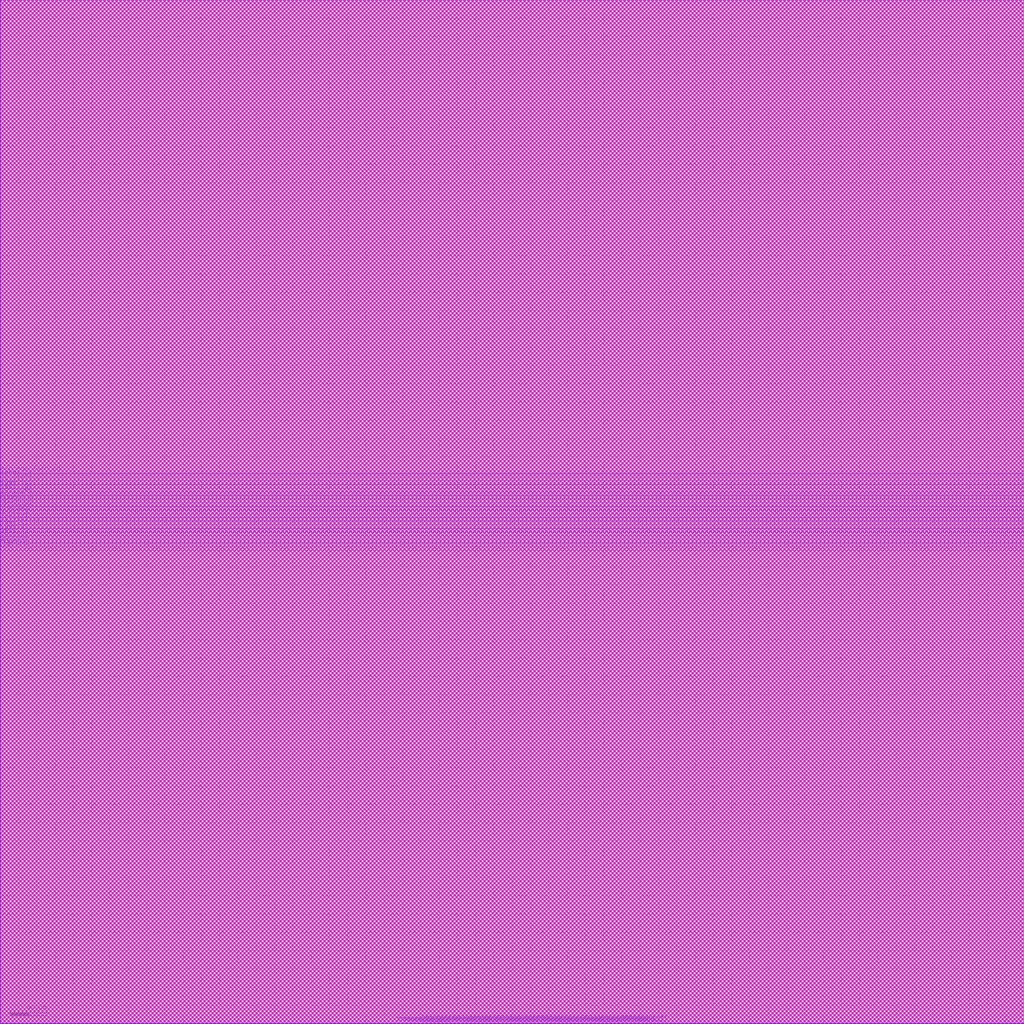
<source format=lef>
##
## LEF for PtnCells ;
## created by Innovus v15.23-s045_1 on Sat Mar 22 10:06:21 2025
##

VERSION 5.8 ;

BUSBITCHARS "[]" ;
DIVIDERCHAR "/" ;

MACRO core
  CLASS BLOCK ;
  SIZE 1120.0000 BY 1120.0000 ;
  FOREIGN core 0.0000 0.0000 ;
  ORIGIN 0 0 ;
  SYMMETRY X Y R90 ;
  PIN clk
    DIRECTION INPUT ;
    USE SIGNAL ;
    PORT
      LAYER M3 ;
        RECT 0.0000 517.7500 0.5200 517.8500 ;
    END
  END clk
  PIN sum_out[23]
    DIRECTION OUTPUT ;
    USE SIGNAL ;
    PORT
      LAYER M2 ;
        RECT 237.8500 1119.4800 237.9500 1120.0000 ;
    END
  END sum_out[23]
  PIN sum_out[22]
    DIRECTION OUTPUT ;
    USE SIGNAL ;
    PORT
      LAYER M2 ;
        RECT 233.8500 1119.4800 233.9500 1120.0000 ;
    END
  END sum_out[22]
  PIN sum_out[21]
    DIRECTION OUTPUT ;
    USE SIGNAL ;
    PORT
      LAYER M2 ;
        RECT 229.8500 1119.4800 229.9500 1120.0000 ;
    END
  END sum_out[21]
  PIN sum_out[20]
    DIRECTION OUTPUT ;
    USE SIGNAL ;
    PORT
      LAYER M2 ;
        RECT 225.8500 1119.4800 225.9500 1120.0000 ;
    END
  END sum_out[20]
  PIN sum_out[19]
    DIRECTION OUTPUT ;
    USE SIGNAL ;
    PORT
      LAYER M2 ;
        RECT 221.8500 1119.4800 221.9500 1120.0000 ;
    END
  END sum_out[19]
  PIN sum_out[18]
    DIRECTION OUTPUT ;
    USE SIGNAL ;
    PORT
      LAYER M2 ;
        RECT 217.8500 1119.4800 217.9500 1120.0000 ;
    END
  END sum_out[18]
  PIN sum_out[17]
    DIRECTION OUTPUT ;
    USE SIGNAL ;
    PORT
      LAYER M2 ;
        RECT 213.8500 1119.4800 213.9500 1120.0000 ;
    END
  END sum_out[17]
  PIN sum_out[16]
    DIRECTION OUTPUT ;
    USE SIGNAL ;
    PORT
      LAYER M2 ;
        RECT 209.8500 1119.4800 209.9500 1120.0000 ;
    END
  END sum_out[16]
  PIN sum_out[15]
    DIRECTION OUTPUT ;
    USE SIGNAL ;
    PORT
      LAYER M2 ;
        RECT 205.8500 1119.4800 205.9500 1120.0000 ;
    END
  END sum_out[15]
  PIN sum_out[14]
    DIRECTION OUTPUT ;
    USE SIGNAL ;
    PORT
      LAYER M2 ;
        RECT 201.8500 1119.4800 201.9500 1120.0000 ;
    END
  END sum_out[14]
  PIN sum_out[13]
    DIRECTION OUTPUT ;
    USE SIGNAL ;
    PORT
      LAYER M2 ;
        RECT 197.8500 1119.4800 197.9500 1120.0000 ;
    END
  END sum_out[13]
  PIN sum_out[12]
    DIRECTION OUTPUT ;
    USE SIGNAL ;
    PORT
      LAYER M2 ;
        RECT 193.8500 1119.4800 193.9500 1120.0000 ;
    END
  END sum_out[12]
  PIN sum_out[11]
    DIRECTION OUTPUT ;
    USE SIGNAL ;
    PORT
      LAYER M2 ;
        RECT 189.8500 1119.4800 189.9500 1120.0000 ;
    END
  END sum_out[11]
  PIN sum_out[10]
    DIRECTION OUTPUT ;
    USE SIGNAL ;
    PORT
      LAYER M2 ;
        RECT 185.8500 1119.4800 185.9500 1120.0000 ;
    END
  END sum_out[10]
  PIN sum_out[9]
    DIRECTION OUTPUT ;
    USE SIGNAL ;
    PORT
      LAYER M2 ;
        RECT 181.8500 1119.4800 181.9500 1120.0000 ;
    END
  END sum_out[9]
  PIN sum_out[8]
    DIRECTION OUTPUT ;
    USE SIGNAL ;
    PORT
      LAYER M2 ;
        RECT 177.8500 1119.4800 177.9500 1120.0000 ;
    END
  END sum_out[8]
  PIN sum_out[7]
    DIRECTION OUTPUT ;
    USE SIGNAL ;
    PORT
      LAYER M2 ;
        RECT 173.8500 1119.4800 173.9500 1120.0000 ;
    END
  END sum_out[7]
  PIN sum_out[6]
    DIRECTION OUTPUT ;
    USE SIGNAL ;
    PORT
      LAYER M2 ;
        RECT 169.8500 1119.4800 169.9500 1120.0000 ;
    END
  END sum_out[6]
  PIN sum_out[5]
    DIRECTION OUTPUT ;
    USE SIGNAL ;
    PORT
      LAYER M2 ;
        RECT 165.8500 1119.4800 165.9500 1120.0000 ;
    END
  END sum_out[5]
  PIN sum_out[4]
    DIRECTION OUTPUT ;
    USE SIGNAL ;
    PORT
      LAYER M2 ;
        RECT 161.8500 1119.4800 161.9500 1120.0000 ;
    END
  END sum_out[4]
  PIN sum_out[3]
    DIRECTION OUTPUT ;
    USE SIGNAL ;
    PORT
      LAYER M2 ;
        RECT 157.8500 1119.4800 157.9500 1120.0000 ;
    END
  END sum_out[3]
  PIN sum_out[2]
    DIRECTION OUTPUT ;
    USE SIGNAL ;
    PORT
      LAYER M2 ;
        RECT 153.8500 1119.4800 153.9500 1120.0000 ;
    END
  END sum_out[2]
  PIN sum_out[1]
    DIRECTION OUTPUT ;
    USE SIGNAL ;
    PORT
      LAYER M2 ;
        RECT 149.8500 1119.4800 149.9500 1120.0000 ;
    END
  END sum_out[1]
  PIN sum_out[0]
    DIRECTION OUTPUT ;
    USE SIGNAL ;
    PORT
      LAYER M2 ;
        RECT 145.8500 1119.4800 145.9500 1120.0000 ;
    END
  END sum_out[0]
  PIN mem_in[63]
    DIRECTION INPUT ;
    USE SIGNAL ;
    PORT
      LAYER M2 ;
        RECT 685.8500 0.0000 685.9500 0.5200 ;
    END
  END mem_in[63]
  PIN mem_in[62]
    DIRECTION INPUT ;
    USE SIGNAL ;
    PORT
      LAYER M2 ;
        RECT 681.8500 0.0000 681.9500 0.5200 ;
    END
  END mem_in[62]
  PIN mem_in[61]
    DIRECTION INPUT ;
    USE SIGNAL ;
    PORT
      LAYER M2 ;
        RECT 677.8500 0.0000 677.9500 0.5200 ;
    END
  END mem_in[61]
  PIN mem_in[60]
    DIRECTION INPUT ;
    USE SIGNAL ;
    PORT
      LAYER M2 ;
        RECT 673.8500 0.0000 673.9500 0.5200 ;
    END
  END mem_in[60]
  PIN mem_in[59]
    DIRECTION INPUT ;
    USE SIGNAL ;
    PORT
      LAYER M2 ;
        RECT 669.8500 0.0000 669.9500 0.5200 ;
    END
  END mem_in[59]
  PIN mem_in[58]
    DIRECTION INPUT ;
    USE SIGNAL ;
    PORT
      LAYER M2 ;
        RECT 665.8500 0.0000 665.9500 0.5200 ;
    END
  END mem_in[58]
  PIN mem_in[57]
    DIRECTION INPUT ;
    USE SIGNAL ;
    PORT
      LAYER M2 ;
        RECT 661.8500 0.0000 661.9500 0.5200 ;
    END
  END mem_in[57]
  PIN mem_in[56]
    DIRECTION INPUT ;
    USE SIGNAL ;
    PORT
      LAYER M2 ;
        RECT 657.8500 0.0000 657.9500 0.5200 ;
    END
  END mem_in[56]
  PIN mem_in[55]
    DIRECTION INPUT ;
    USE SIGNAL ;
    PORT
      LAYER M2 ;
        RECT 653.8500 0.0000 653.9500 0.5200 ;
    END
  END mem_in[55]
  PIN mem_in[54]
    DIRECTION INPUT ;
    USE SIGNAL ;
    PORT
      LAYER M2 ;
        RECT 649.8500 0.0000 649.9500 0.5200 ;
    END
  END mem_in[54]
  PIN mem_in[53]
    DIRECTION INPUT ;
    USE SIGNAL ;
    PORT
      LAYER M2 ;
        RECT 645.8500 0.0000 645.9500 0.5200 ;
    END
  END mem_in[53]
  PIN mem_in[52]
    DIRECTION INPUT ;
    USE SIGNAL ;
    PORT
      LAYER M2 ;
        RECT 641.8500 0.0000 641.9500 0.5200 ;
    END
  END mem_in[52]
  PIN mem_in[51]
    DIRECTION INPUT ;
    USE SIGNAL ;
    PORT
      LAYER M2 ;
        RECT 637.8500 0.0000 637.9500 0.5200 ;
    END
  END mem_in[51]
  PIN mem_in[50]
    DIRECTION INPUT ;
    USE SIGNAL ;
    PORT
      LAYER M2 ;
        RECT 633.8500 0.0000 633.9500 0.5200 ;
    END
  END mem_in[50]
  PIN mem_in[49]
    DIRECTION INPUT ;
    USE SIGNAL ;
    PORT
      LAYER M2 ;
        RECT 629.8500 0.0000 629.9500 0.5200 ;
    END
  END mem_in[49]
  PIN mem_in[48]
    DIRECTION INPUT ;
    USE SIGNAL ;
    PORT
      LAYER M2 ;
        RECT 625.8500 0.0000 625.9500 0.5200 ;
    END
  END mem_in[48]
  PIN mem_in[47]
    DIRECTION INPUT ;
    USE SIGNAL ;
    PORT
      LAYER M2 ;
        RECT 621.8500 0.0000 621.9500 0.5200 ;
    END
  END mem_in[47]
  PIN mem_in[46]
    DIRECTION INPUT ;
    USE SIGNAL ;
    PORT
      LAYER M2 ;
        RECT 617.8500 0.0000 617.9500 0.5200 ;
    END
  END mem_in[46]
  PIN mem_in[45]
    DIRECTION INPUT ;
    USE SIGNAL ;
    PORT
      LAYER M2 ;
        RECT 613.8500 0.0000 613.9500 0.5200 ;
    END
  END mem_in[45]
  PIN mem_in[44]
    DIRECTION INPUT ;
    USE SIGNAL ;
    PORT
      LAYER M2 ;
        RECT 609.8500 0.0000 609.9500 0.5200 ;
    END
  END mem_in[44]
  PIN mem_in[43]
    DIRECTION INPUT ;
    USE SIGNAL ;
    PORT
      LAYER M2 ;
        RECT 605.8500 0.0000 605.9500 0.5200 ;
    END
  END mem_in[43]
  PIN mem_in[42]
    DIRECTION INPUT ;
    USE SIGNAL ;
    PORT
      LAYER M2 ;
        RECT 601.8500 0.0000 601.9500 0.5200 ;
    END
  END mem_in[42]
  PIN mem_in[41]
    DIRECTION INPUT ;
    USE SIGNAL ;
    PORT
      LAYER M2 ;
        RECT 597.8500 0.0000 597.9500 0.5200 ;
    END
  END mem_in[41]
  PIN mem_in[40]
    DIRECTION INPUT ;
    USE SIGNAL ;
    PORT
      LAYER M2 ;
        RECT 593.8500 0.0000 593.9500 0.5200 ;
    END
  END mem_in[40]
  PIN mem_in[39]
    DIRECTION INPUT ;
    USE SIGNAL ;
    PORT
      LAYER M2 ;
        RECT 589.8500 0.0000 589.9500 0.5200 ;
    END
  END mem_in[39]
  PIN mem_in[38]
    DIRECTION INPUT ;
    USE SIGNAL ;
    PORT
      LAYER M2 ;
        RECT 585.8500 0.0000 585.9500 0.5200 ;
    END
  END mem_in[38]
  PIN mem_in[37]
    DIRECTION INPUT ;
    USE SIGNAL ;
    PORT
      LAYER M2 ;
        RECT 581.8500 0.0000 581.9500 0.5200 ;
    END
  END mem_in[37]
  PIN mem_in[36]
    DIRECTION INPUT ;
    USE SIGNAL ;
    PORT
      LAYER M2 ;
        RECT 577.8500 0.0000 577.9500 0.5200 ;
    END
  END mem_in[36]
  PIN mem_in[35]
    DIRECTION INPUT ;
    USE SIGNAL ;
    PORT
      LAYER M2 ;
        RECT 573.8500 0.0000 573.9500 0.5200 ;
    END
  END mem_in[35]
  PIN mem_in[34]
    DIRECTION INPUT ;
    USE SIGNAL ;
    PORT
      LAYER M2 ;
        RECT 569.8500 0.0000 569.9500 0.5200 ;
    END
  END mem_in[34]
  PIN mem_in[33]
    DIRECTION INPUT ;
    USE SIGNAL ;
    PORT
      LAYER M2 ;
        RECT 565.8500 0.0000 565.9500 0.5200 ;
    END
  END mem_in[33]
  PIN mem_in[32]
    DIRECTION INPUT ;
    USE SIGNAL ;
    PORT
      LAYER M2 ;
        RECT 561.8500 0.0000 561.9500 0.5200 ;
    END
  END mem_in[32]
  PIN mem_in[31]
    DIRECTION INPUT ;
    USE SIGNAL ;
    PORT
      LAYER M2 ;
        RECT 557.8500 0.0000 557.9500 0.5200 ;
    END
  END mem_in[31]
  PIN mem_in[30]
    DIRECTION INPUT ;
    USE SIGNAL ;
    PORT
      LAYER M2 ;
        RECT 553.8500 0.0000 553.9500 0.5200 ;
    END
  END mem_in[30]
  PIN mem_in[29]
    DIRECTION INPUT ;
    USE SIGNAL ;
    PORT
      LAYER M2 ;
        RECT 549.8500 0.0000 549.9500 0.5200 ;
    END
  END mem_in[29]
  PIN mem_in[28]
    DIRECTION INPUT ;
    USE SIGNAL ;
    PORT
      LAYER M2 ;
        RECT 545.8500 0.0000 545.9500 0.5200 ;
    END
  END mem_in[28]
  PIN mem_in[27]
    DIRECTION INPUT ;
    USE SIGNAL ;
    PORT
      LAYER M2 ;
        RECT 541.8500 0.0000 541.9500 0.5200 ;
    END
  END mem_in[27]
  PIN mem_in[26]
    DIRECTION INPUT ;
    USE SIGNAL ;
    PORT
      LAYER M2 ;
        RECT 537.8500 0.0000 537.9500 0.5200 ;
    END
  END mem_in[26]
  PIN mem_in[25]
    DIRECTION INPUT ;
    USE SIGNAL ;
    PORT
      LAYER M2 ;
        RECT 533.8500 0.0000 533.9500 0.5200 ;
    END
  END mem_in[25]
  PIN mem_in[24]
    DIRECTION INPUT ;
    USE SIGNAL ;
    PORT
      LAYER M2 ;
        RECT 529.8500 0.0000 529.9500 0.5200 ;
    END
  END mem_in[24]
  PIN mem_in[23]
    DIRECTION INPUT ;
    USE SIGNAL ;
    PORT
      LAYER M2 ;
        RECT 525.8500 0.0000 525.9500 0.5200 ;
    END
  END mem_in[23]
  PIN mem_in[22]
    DIRECTION INPUT ;
    USE SIGNAL ;
    PORT
      LAYER M2 ;
        RECT 521.8500 0.0000 521.9500 0.5200 ;
    END
  END mem_in[22]
  PIN mem_in[21]
    DIRECTION INPUT ;
    USE SIGNAL ;
    PORT
      LAYER M2 ;
        RECT 517.8500 0.0000 517.9500 0.5200 ;
    END
  END mem_in[21]
  PIN mem_in[20]
    DIRECTION INPUT ;
    USE SIGNAL ;
    PORT
      LAYER M2 ;
        RECT 513.8500 0.0000 513.9500 0.5200 ;
    END
  END mem_in[20]
  PIN mem_in[19]
    DIRECTION INPUT ;
    USE SIGNAL ;
    PORT
      LAYER M2 ;
        RECT 509.8500 0.0000 509.9500 0.5200 ;
    END
  END mem_in[19]
  PIN mem_in[18]
    DIRECTION INPUT ;
    USE SIGNAL ;
    PORT
      LAYER M2 ;
        RECT 505.8500 0.0000 505.9500 0.5200 ;
    END
  END mem_in[18]
  PIN mem_in[17]
    DIRECTION INPUT ;
    USE SIGNAL ;
    PORT
      LAYER M2 ;
        RECT 501.8500 0.0000 501.9500 0.5200 ;
    END
  END mem_in[17]
  PIN mem_in[16]
    DIRECTION INPUT ;
    USE SIGNAL ;
    PORT
      LAYER M2 ;
        RECT 497.8500 0.0000 497.9500 0.5200 ;
    END
  END mem_in[16]
  PIN mem_in[15]
    DIRECTION INPUT ;
    USE SIGNAL ;
    PORT
      LAYER M2 ;
        RECT 493.8500 0.0000 493.9500 0.5200 ;
    END
  END mem_in[15]
  PIN mem_in[14]
    DIRECTION INPUT ;
    USE SIGNAL ;
    PORT
      LAYER M2 ;
        RECT 489.8500 0.0000 489.9500 0.5200 ;
    END
  END mem_in[14]
  PIN mem_in[13]
    DIRECTION INPUT ;
    USE SIGNAL ;
    PORT
      LAYER M2 ;
        RECT 485.8500 0.0000 485.9500 0.5200 ;
    END
  END mem_in[13]
  PIN mem_in[12]
    DIRECTION INPUT ;
    USE SIGNAL ;
    PORT
      LAYER M2 ;
        RECT 481.8500 0.0000 481.9500 0.5200 ;
    END
  END mem_in[12]
  PIN mem_in[11]
    DIRECTION INPUT ;
    USE SIGNAL ;
    PORT
      LAYER M2 ;
        RECT 477.8500 0.0000 477.9500 0.5200 ;
    END
  END mem_in[11]
  PIN mem_in[10]
    DIRECTION INPUT ;
    USE SIGNAL ;
    PORT
      LAYER M2 ;
        RECT 473.8500 0.0000 473.9500 0.5200 ;
    END
  END mem_in[10]
  PIN mem_in[9]
    DIRECTION INPUT ;
    USE SIGNAL ;
    PORT
      LAYER M2 ;
        RECT 469.8500 0.0000 469.9500 0.5200 ;
    END
  END mem_in[9]
  PIN mem_in[8]
    DIRECTION INPUT ;
    USE SIGNAL ;
    PORT
      LAYER M2 ;
        RECT 465.8500 0.0000 465.9500 0.5200 ;
    END
  END mem_in[8]
  PIN mem_in[7]
    DIRECTION INPUT ;
    USE SIGNAL ;
    PORT
      LAYER M2 ;
        RECT 461.8500 0.0000 461.9500 0.5200 ;
    END
  END mem_in[7]
  PIN mem_in[6]
    DIRECTION INPUT ;
    USE SIGNAL ;
    PORT
      LAYER M2 ;
        RECT 457.8500 0.0000 457.9500 0.5200 ;
    END
  END mem_in[6]
  PIN mem_in[5]
    DIRECTION INPUT ;
    USE SIGNAL ;
    PORT
      LAYER M2 ;
        RECT 453.8500 0.0000 453.9500 0.5200 ;
    END
  END mem_in[5]
  PIN mem_in[4]
    DIRECTION INPUT ;
    USE SIGNAL ;
    PORT
      LAYER M2 ;
        RECT 449.8500 0.0000 449.9500 0.5200 ;
    END
  END mem_in[4]
  PIN mem_in[3]
    DIRECTION INPUT ;
    USE SIGNAL ;
    PORT
      LAYER M2 ;
        RECT 445.8500 0.0000 445.9500 0.5200 ;
    END
  END mem_in[3]
  PIN mem_in[2]
    DIRECTION INPUT ;
    USE SIGNAL ;
    PORT
      LAYER M2 ;
        RECT 441.8500 0.0000 441.9500 0.5200 ;
    END
  END mem_in[2]
  PIN mem_in[1]
    DIRECTION INPUT ;
    USE SIGNAL ;
    PORT
      LAYER M2 ;
        RECT 437.8500 0.0000 437.9500 0.5200 ;
    END
  END mem_in[1]
  PIN mem_in[0]
    DIRECTION INPUT ;
    USE SIGNAL ;
    PORT
      LAYER M2 ;
        RECT 433.8500 0.0000 433.9500 0.5200 ;
    END
  END mem_in[0]
  PIN out[159]
    DIRECTION OUTPUT ;
    USE SIGNAL ;
    PORT
      LAYER M2 ;
        RECT 973.8500 1119.4800 973.9500 1120.0000 ;
    END
  END out[159]
  PIN out[158]
    DIRECTION OUTPUT ;
    USE SIGNAL ;
    PORT
      LAYER M2 ;
        RECT 969.8500 1119.4800 969.9500 1120.0000 ;
    END
  END out[158]
  PIN out[157]
    DIRECTION OUTPUT ;
    USE SIGNAL ;
    PORT
      LAYER M2 ;
        RECT 965.8500 1119.4800 965.9500 1120.0000 ;
    END
  END out[157]
  PIN out[156]
    DIRECTION OUTPUT ;
    USE SIGNAL ;
    PORT
      LAYER M2 ;
        RECT 961.8500 1119.4800 961.9500 1120.0000 ;
    END
  END out[156]
  PIN out[155]
    DIRECTION OUTPUT ;
    USE SIGNAL ;
    PORT
      LAYER M2 ;
        RECT 957.8500 1119.4800 957.9500 1120.0000 ;
    END
  END out[155]
  PIN out[154]
    DIRECTION OUTPUT ;
    USE SIGNAL ;
    PORT
      LAYER M2 ;
        RECT 953.8500 1119.4800 953.9500 1120.0000 ;
    END
  END out[154]
  PIN out[153]
    DIRECTION OUTPUT ;
    USE SIGNAL ;
    PORT
      LAYER M2 ;
        RECT 949.8500 1119.4800 949.9500 1120.0000 ;
    END
  END out[153]
  PIN out[152]
    DIRECTION OUTPUT ;
    USE SIGNAL ;
    PORT
      LAYER M2 ;
        RECT 945.8500 1119.4800 945.9500 1120.0000 ;
    END
  END out[152]
  PIN out[151]
    DIRECTION OUTPUT ;
    USE SIGNAL ;
    PORT
      LAYER M2 ;
        RECT 941.8500 1119.4800 941.9500 1120.0000 ;
    END
  END out[151]
  PIN out[150]
    DIRECTION OUTPUT ;
    USE SIGNAL ;
    PORT
      LAYER M2 ;
        RECT 937.8500 1119.4800 937.9500 1120.0000 ;
    END
  END out[150]
  PIN out[149]
    DIRECTION OUTPUT ;
    USE SIGNAL ;
    PORT
      LAYER M2 ;
        RECT 933.8500 1119.4800 933.9500 1120.0000 ;
    END
  END out[149]
  PIN out[148]
    DIRECTION OUTPUT ;
    USE SIGNAL ;
    PORT
      LAYER M2 ;
        RECT 929.8500 1119.4800 929.9500 1120.0000 ;
    END
  END out[148]
  PIN out[147]
    DIRECTION OUTPUT ;
    USE SIGNAL ;
    PORT
      LAYER M2 ;
        RECT 925.8500 1119.4800 925.9500 1120.0000 ;
    END
  END out[147]
  PIN out[146]
    DIRECTION OUTPUT ;
    USE SIGNAL ;
    PORT
      LAYER M2 ;
        RECT 921.8500 1119.4800 921.9500 1120.0000 ;
    END
  END out[146]
  PIN out[145]
    DIRECTION OUTPUT ;
    USE SIGNAL ;
    PORT
      LAYER M2 ;
        RECT 917.8500 1119.4800 917.9500 1120.0000 ;
    END
  END out[145]
  PIN out[144]
    DIRECTION OUTPUT ;
    USE SIGNAL ;
    PORT
      LAYER M2 ;
        RECT 913.8500 1119.4800 913.9500 1120.0000 ;
    END
  END out[144]
  PIN out[143]
    DIRECTION OUTPUT ;
    USE SIGNAL ;
    PORT
      LAYER M2 ;
        RECT 909.8500 1119.4800 909.9500 1120.0000 ;
    END
  END out[143]
  PIN out[142]
    DIRECTION OUTPUT ;
    USE SIGNAL ;
    PORT
      LAYER M2 ;
        RECT 905.8500 1119.4800 905.9500 1120.0000 ;
    END
  END out[142]
  PIN out[141]
    DIRECTION OUTPUT ;
    USE SIGNAL ;
    PORT
      LAYER M2 ;
        RECT 901.8500 1119.4800 901.9500 1120.0000 ;
    END
  END out[141]
  PIN out[140]
    DIRECTION OUTPUT ;
    USE SIGNAL ;
    PORT
      LAYER M2 ;
        RECT 897.8500 1119.4800 897.9500 1120.0000 ;
    END
  END out[140]
  PIN out[139]
    DIRECTION OUTPUT ;
    USE SIGNAL ;
    PORT
      LAYER M2 ;
        RECT 893.8500 1119.4800 893.9500 1120.0000 ;
    END
  END out[139]
  PIN out[138]
    DIRECTION OUTPUT ;
    USE SIGNAL ;
    PORT
      LAYER M2 ;
        RECT 889.8500 1119.4800 889.9500 1120.0000 ;
    END
  END out[138]
  PIN out[137]
    DIRECTION OUTPUT ;
    USE SIGNAL ;
    PORT
      LAYER M2 ;
        RECT 885.8500 1119.4800 885.9500 1120.0000 ;
    END
  END out[137]
  PIN out[136]
    DIRECTION OUTPUT ;
    USE SIGNAL ;
    PORT
      LAYER M2 ;
        RECT 881.8500 1119.4800 881.9500 1120.0000 ;
    END
  END out[136]
  PIN out[135]
    DIRECTION OUTPUT ;
    USE SIGNAL ;
    PORT
      LAYER M2 ;
        RECT 877.8500 1119.4800 877.9500 1120.0000 ;
    END
  END out[135]
  PIN out[134]
    DIRECTION OUTPUT ;
    USE SIGNAL ;
    PORT
      LAYER M2 ;
        RECT 873.8500 1119.4800 873.9500 1120.0000 ;
    END
  END out[134]
  PIN out[133]
    DIRECTION OUTPUT ;
    USE SIGNAL ;
    PORT
      LAYER M2 ;
        RECT 869.8500 1119.4800 869.9500 1120.0000 ;
    END
  END out[133]
  PIN out[132]
    DIRECTION OUTPUT ;
    USE SIGNAL ;
    PORT
      LAYER M2 ;
        RECT 865.8500 1119.4800 865.9500 1120.0000 ;
    END
  END out[132]
  PIN out[131]
    DIRECTION OUTPUT ;
    USE SIGNAL ;
    PORT
      LAYER M2 ;
        RECT 861.8500 1119.4800 861.9500 1120.0000 ;
    END
  END out[131]
  PIN out[130]
    DIRECTION OUTPUT ;
    USE SIGNAL ;
    PORT
      LAYER M2 ;
        RECT 857.8500 1119.4800 857.9500 1120.0000 ;
    END
  END out[130]
  PIN out[129]
    DIRECTION OUTPUT ;
    USE SIGNAL ;
    PORT
      LAYER M2 ;
        RECT 853.8500 1119.4800 853.9500 1120.0000 ;
    END
  END out[129]
  PIN out[128]
    DIRECTION OUTPUT ;
    USE SIGNAL ;
    PORT
      LAYER M2 ;
        RECT 849.8500 1119.4800 849.9500 1120.0000 ;
    END
  END out[128]
  PIN out[127]
    DIRECTION OUTPUT ;
    USE SIGNAL ;
    PORT
      LAYER M2 ;
        RECT 845.8500 1119.4800 845.9500 1120.0000 ;
    END
  END out[127]
  PIN out[126]
    DIRECTION OUTPUT ;
    USE SIGNAL ;
    PORT
      LAYER M2 ;
        RECT 841.8500 1119.4800 841.9500 1120.0000 ;
    END
  END out[126]
  PIN out[125]
    DIRECTION OUTPUT ;
    USE SIGNAL ;
    PORT
      LAYER M2 ;
        RECT 837.8500 1119.4800 837.9500 1120.0000 ;
    END
  END out[125]
  PIN out[124]
    DIRECTION OUTPUT ;
    USE SIGNAL ;
    PORT
      LAYER M2 ;
        RECT 833.8500 1119.4800 833.9500 1120.0000 ;
    END
  END out[124]
  PIN out[123]
    DIRECTION OUTPUT ;
    USE SIGNAL ;
    PORT
      LAYER M2 ;
        RECT 829.8500 1119.4800 829.9500 1120.0000 ;
    END
  END out[123]
  PIN out[122]
    DIRECTION OUTPUT ;
    USE SIGNAL ;
    PORT
      LAYER M2 ;
        RECT 825.8500 1119.4800 825.9500 1120.0000 ;
    END
  END out[122]
  PIN out[121]
    DIRECTION OUTPUT ;
    USE SIGNAL ;
    PORT
      LAYER M2 ;
        RECT 821.8500 1119.4800 821.9500 1120.0000 ;
    END
  END out[121]
  PIN out[120]
    DIRECTION OUTPUT ;
    USE SIGNAL ;
    PORT
      LAYER M2 ;
        RECT 817.8500 1119.4800 817.9500 1120.0000 ;
    END
  END out[120]
  PIN out[119]
    DIRECTION OUTPUT ;
    USE SIGNAL ;
    PORT
      LAYER M2 ;
        RECT 813.8500 1119.4800 813.9500 1120.0000 ;
    END
  END out[119]
  PIN out[118]
    DIRECTION OUTPUT ;
    USE SIGNAL ;
    PORT
      LAYER M2 ;
        RECT 809.8500 1119.4800 809.9500 1120.0000 ;
    END
  END out[118]
  PIN out[117]
    DIRECTION OUTPUT ;
    USE SIGNAL ;
    PORT
      LAYER M2 ;
        RECT 805.8500 1119.4800 805.9500 1120.0000 ;
    END
  END out[117]
  PIN out[116]
    DIRECTION OUTPUT ;
    USE SIGNAL ;
    PORT
      LAYER M2 ;
        RECT 801.8500 1119.4800 801.9500 1120.0000 ;
    END
  END out[116]
  PIN out[115]
    DIRECTION OUTPUT ;
    USE SIGNAL ;
    PORT
      LAYER M2 ;
        RECT 797.8500 1119.4800 797.9500 1120.0000 ;
    END
  END out[115]
  PIN out[114]
    DIRECTION OUTPUT ;
    USE SIGNAL ;
    PORT
      LAYER M2 ;
        RECT 793.8500 1119.4800 793.9500 1120.0000 ;
    END
  END out[114]
  PIN out[113]
    DIRECTION OUTPUT ;
    USE SIGNAL ;
    PORT
      LAYER M2 ;
        RECT 789.8500 1119.4800 789.9500 1120.0000 ;
    END
  END out[113]
  PIN out[112]
    DIRECTION OUTPUT ;
    USE SIGNAL ;
    PORT
      LAYER M2 ;
        RECT 785.8500 1119.4800 785.9500 1120.0000 ;
    END
  END out[112]
  PIN out[111]
    DIRECTION OUTPUT ;
    USE SIGNAL ;
    PORT
      LAYER M2 ;
        RECT 781.8500 1119.4800 781.9500 1120.0000 ;
    END
  END out[111]
  PIN out[110]
    DIRECTION OUTPUT ;
    USE SIGNAL ;
    PORT
      LAYER M2 ;
        RECT 777.8500 1119.4800 777.9500 1120.0000 ;
    END
  END out[110]
  PIN out[109]
    DIRECTION OUTPUT ;
    USE SIGNAL ;
    PORT
      LAYER M2 ;
        RECT 773.8500 1119.4800 773.9500 1120.0000 ;
    END
  END out[109]
  PIN out[108]
    DIRECTION OUTPUT ;
    USE SIGNAL ;
    PORT
      LAYER M2 ;
        RECT 769.8500 1119.4800 769.9500 1120.0000 ;
    END
  END out[108]
  PIN out[107]
    DIRECTION OUTPUT ;
    USE SIGNAL ;
    PORT
      LAYER M2 ;
        RECT 765.8500 1119.4800 765.9500 1120.0000 ;
    END
  END out[107]
  PIN out[106]
    DIRECTION OUTPUT ;
    USE SIGNAL ;
    PORT
      LAYER M2 ;
        RECT 761.8500 1119.4800 761.9500 1120.0000 ;
    END
  END out[106]
  PIN out[105]
    DIRECTION OUTPUT ;
    USE SIGNAL ;
    PORT
      LAYER M2 ;
        RECT 757.8500 1119.4800 757.9500 1120.0000 ;
    END
  END out[105]
  PIN out[104]
    DIRECTION OUTPUT ;
    USE SIGNAL ;
    PORT
      LAYER M2 ;
        RECT 753.8500 1119.4800 753.9500 1120.0000 ;
    END
  END out[104]
  PIN out[103]
    DIRECTION OUTPUT ;
    USE SIGNAL ;
    PORT
      LAYER M2 ;
        RECT 749.8500 1119.4800 749.9500 1120.0000 ;
    END
  END out[103]
  PIN out[102]
    DIRECTION OUTPUT ;
    USE SIGNAL ;
    PORT
      LAYER M2 ;
        RECT 745.8500 1119.4800 745.9500 1120.0000 ;
    END
  END out[102]
  PIN out[101]
    DIRECTION OUTPUT ;
    USE SIGNAL ;
    PORT
      LAYER M2 ;
        RECT 741.8500 1119.4800 741.9500 1120.0000 ;
    END
  END out[101]
  PIN out[100]
    DIRECTION OUTPUT ;
    USE SIGNAL ;
    PORT
      LAYER M2 ;
        RECT 737.8500 1119.4800 737.9500 1120.0000 ;
    END
  END out[100]
  PIN out[99]
    DIRECTION OUTPUT ;
    USE SIGNAL ;
    PORT
      LAYER M2 ;
        RECT 733.8500 1119.4800 733.9500 1120.0000 ;
    END
  END out[99]
  PIN out[98]
    DIRECTION OUTPUT ;
    USE SIGNAL ;
    PORT
      LAYER M2 ;
        RECT 729.8500 1119.4800 729.9500 1120.0000 ;
    END
  END out[98]
  PIN out[97]
    DIRECTION OUTPUT ;
    USE SIGNAL ;
    PORT
      LAYER M2 ;
        RECT 725.8500 1119.4800 725.9500 1120.0000 ;
    END
  END out[97]
  PIN out[96]
    DIRECTION OUTPUT ;
    USE SIGNAL ;
    PORT
      LAYER M2 ;
        RECT 721.8500 1119.4800 721.9500 1120.0000 ;
    END
  END out[96]
  PIN out[95]
    DIRECTION OUTPUT ;
    USE SIGNAL ;
    PORT
      LAYER M2 ;
        RECT 717.8500 1119.4800 717.9500 1120.0000 ;
    END
  END out[95]
  PIN out[94]
    DIRECTION OUTPUT ;
    USE SIGNAL ;
    PORT
      LAYER M2 ;
        RECT 713.8500 1119.4800 713.9500 1120.0000 ;
    END
  END out[94]
  PIN out[93]
    DIRECTION OUTPUT ;
    USE SIGNAL ;
    PORT
      LAYER M2 ;
        RECT 709.8500 1119.4800 709.9500 1120.0000 ;
    END
  END out[93]
  PIN out[92]
    DIRECTION OUTPUT ;
    USE SIGNAL ;
    PORT
      LAYER M2 ;
        RECT 705.8500 1119.4800 705.9500 1120.0000 ;
    END
  END out[92]
  PIN out[91]
    DIRECTION OUTPUT ;
    USE SIGNAL ;
    PORT
      LAYER M2 ;
        RECT 701.8500 1119.4800 701.9500 1120.0000 ;
    END
  END out[91]
  PIN out[90]
    DIRECTION OUTPUT ;
    USE SIGNAL ;
    PORT
      LAYER M2 ;
        RECT 697.8500 1119.4800 697.9500 1120.0000 ;
    END
  END out[90]
  PIN out[89]
    DIRECTION OUTPUT ;
    USE SIGNAL ;
    PORT
      LAYER M2 ;
        RECT 693.8500 1119.4800 693.9500 1120.0000 ;
    END
  END out[89]
  PIN out[88]
    DIRECTION OUTPUT ;
    USE SIGNAL ;
    PORT
      LAYER M2 ;
        RECT 689.8500 1119.4800 689.9500 1120.0000 ;
    END
  END out[88]
  PIN out[87]
    DIRECTION OUTPUT ;
    USE SIGNAL ;
    PORT
      LAYER M2 ;
        RECT 685.8500 1119.4800 685.9500 1120.0000 ;
    END
  END out[87]
  PIN out[86]
    DIRECTION OUTPUT ;
    USE SIGNAL ;
    PORT
      LAYER M2 ;
        RECT 681.8500 1119.4800 681.9500 1120.0000 ;
    END
  END out[86]
  PIN out[85]
    DIRECTION OUTPUT ;
    USE SIGNAL ;
    PORT
      LAYER M2 ;
        RECT 677.8500 1119.4800 677.9500 1120.0000 ;
    END
  END out[85]
  PIN out[84]
    DIRECTION OUTPUT ;
    USE SIGNAL ;
    PORT
      LAYER M2 ;
        RECT 673.8500 1119.4800 673.9500 1120.0000 ;
    END
  END out[84]
  PIN out[83]
    DIRECTION OUTPUT ;
    USE SIGNAL ;
    PORT
      LAYER M2 ;
        RECT 669.8500 1119.4800 669.9500 1120.0000 ;
    END
  END out[83]
  PIN out[82]
    DIRECTION OUTPUT ;
    USE SIGNAL ;
    PORT
      LAYER M2 ;
        RECT 665.8500 1119.4800 665.9500 1120.0000 ;
    END
  END out[82]
  PIN out[81]
    DIRECTION OUTPUT ;
    USE SIGNAL ;
    PORT
      LAYER M2 ;
        RECT 661.8500 1119.4800 661.9500 1120.0000 ;
    END
  END out[81]
  PIN out[80]
    DIRECTION OUTPUT ;
    USE SIGNAL ;
    PORT
      LAYER M2 ;
        RECT 657.8500 1119.4800 657.9500 1120.0000 ;
    END
  END out[80]
  PIN out[79]
    DIRECTION OUTPUT ;
    USE SIGNAL ;
    PORT
      LAYER M2 ;
        RECT 653.8500 1119.4800 653.9500 1120.0000 ;
    END
  END out[79]
  PIN out[78]
    DIRECTION OUTPUT ;
    USE SIGNAL ;
    PORT
      LAYER M2 ;
        RECT 649.8500 1119.4800 649.9500 1120.0000 ;
    END
  END out[78]
  PIN out[77]
    DIRECTION OUTPUT ;
    USE SIGNAL ;
    PORT
      LAYER M2 ;
        RECT 645.8500 1119.4800 645.9500 1120.0000 ;
    END
  END out[77]
  PIN out[76]
    DIRECTION OUTPUT ;
    USE SIGNAL ;
    PORT
      LAYER M2 ;
        RECT 641.8500 1119.4800 641.9500 1120.0000 ;
    END
  END out[76]
  PIN out[75]
    DIRECTION OUTPUT ;
    USE SIGNAL ;
    PORT
      LAYER M2 ;
        RECT 637.8500 1119.4800 637.9500 1120.0000 ;
    END
  END out[75]
  PIN out[74]
    DIRECTION OUTPUT ;
    USE SIGNAL ;
    PORT
      LAYER M2 ;
        RECT 633.8500 1119.4800 633.9500 1120.0000 ;
    END
  END out[74]
  PIN out[73]
    DIRECTION OUTPUT ;
    USE SIGNAL ;
    PORT
      LAYER M2 ;
        RECT 629.8500 1119.4800 629.9500 1120.0000 ;
    END
  END out[73]
  PIN out[72]
    DIRECTION OUTPUT ;
    USE SIGNAL ;
    PORT
      LAYER M2 ;
        RECT 625.8500 1119.4800 625.9500 1120.0000 ;
    END
  END out[72]
  PIN out[71]
    DIRECTION OUTPUT ;
    USE SIGNAL ;
    PORT
      LAYER M2 ;
        RECT 621.8500 1119.4800 621.9500 1120.0000 ;
    END
  END out[71]
  PIN out[70]
    DIRECTION OUTPUT ;
    USE SIGNAL ;
    PORT
      LAYER M2 ;
        RECT 617.8500 1119.4800 617.9500 1120.0000 ;
    END
  END out[70]
  PIN out[69]
    DIRECTION OUTPUT ;
    USE SIGNAL ;
    PORT
      LAYER M2 ;
        RECT 613.8500 1119.4800 613.9500 1120.0000 ;
    END
  END out[69]
  PIN out[68]
    DIRECTION OUTPUT ;
    USE SIGNAL ;
    PORT
      LAYER M2 ;
        RECT 609.8500 1119.4800 609.9500 1120.0000 ;
    END
  END out[68]
  PIN out[67]
    DIRECTION OUTPUT ;
    USE SIGNAL ;
    PORT
      LAYER M2 ;
        RECT 605.8500 1119.4800 605.9500 1120.0000 ;
    END
  END out[67]
  PIN out[66]
    DIRECTION OUTPUT ;
    USE SIGNAL ;
    PORT
      LAYER M2 ;
        RECT 601.8500 1119.4800 601.9500 1120.0000 ;
    END
  END out[66]
  PIN out[65]
    DIRECTION OUTPUT ;
    USE SIGNAL ;
    PORT
      LAYER M2 ;
        RECT 597.8500 1119.4800 597.9500 1120.0000 ;
    END
  END out[65]
  PIN out[64]
    DIRECTION OUTPUT ;
    USE SIGNAL ;
    PORT
      LAYER M2 ;
        RECT 593.8500 1119.4800 593.9500 1120.0000 ;
    END
  END out[64]
  PIN out[63]
    DIRECTION OUTPUT ;
    USE SIGNAL ;
    PORT
      LAYER M2 ;
        RECT 589.8500 1119.4800 589.9500 1120.0000 ;
    END
  END out[63]
  PIN out[62]
    DIRECTION OUTPUT ;
    USE SIGNAL ;
    PORT
      LAYER M2 ;
        RECT 585.8500 1119.4800 585.9500 1120.0000 ;
    END
  END out[62]
  PIN out[61]
    DIRECTION OUTPUT ;
    USE SIGNAL ;
    PORT
      LAYER M2 ;
        RECT 581.8500 1119.4800 581.9500 1120.0000 ;
    END
  END out[61]
  PIN out[60]
    DIRECTION OUTPUT ;
    USE SIGNAL ;
    PORT
      LAYER M2 ;
        RECT 577.8500 1119.4800 577.9500 1120.0000 ;
    END
  END out[60]
  PIN out[59]
    DIRECTION OUTPUT ;
    USE SIGNAL ;
    PORT
      LAYER M2 ;
        RECT 573.8500 1119.4800 573.9500 1120.0000 ;
    END
  END out[59]
  PIN out[58]
    DIRECTION OUTPUT ;
    USE SIGNAL ;
    PORT
      LAYER M2 ;
        RECT 569.8500 1119.4800 569.9500 1120.0000 ;
    END
  END out[58]
  PIN out[57]
    DIRECTION OUTPUT ;
    USE SIGNAL ;
    PORT
      LAYER M2 ;
        RECT 565.8500 1119.4800 565.9500 1120.0000 ;
    END
  END out[57]
  PIN out[56]
    DIRECTION OUTPUT ;
    USE SIGNAL ;
    PORT
      LAYER M2 ;
        RECT 561.8500 1119.4800 561.9500 1120.0000 ;
    END
  END out[56]
  PIN out[55]
    DIRECTION OUTPUT ;
    USE SIGNAL ;
    PORT
      LAYER M2 ;
        RECT 557.8500 1119.4800 557.9500 1120.0000 ;
    END
  END out[55]
  PIN out[54]
    DIRECTION OUTPUT ;
    USE SIGNAL ;
    PORT
      LAYER M2 ;
        RECT 553.8500 1119.4800 553.9500 1120.0000 ;
    END
  END out[54]
  PIN out[53]
    DIRECTION OUTPUT ;
    USE SIGNAL ;
    PORT
      LAYER M2 ;
        RECT 549.8500 1119.4800 549.9500 1120.0000 ;
    END
  END out[53]
  PIN out[52]
    DIRECTION OUTPUT ;
    USE SIGNAL ;
    PORT
      LAYER M2 ;
        RECT 545.8500 1119.4800 545.9500 1120.0000 ;
    END
  END out[52]
  PIN out[51]
    DIRECTION OUTPUT ;
    USE SIGNAL ;
    PORT
      LAYER M2 ;
        RECT 541.8500 1119.4800 541.9500 1120.0000 ;
    END
  END out[51]
  PIN out[50]
    DIRECTION OUTPUT ;
    USE SIGNAL ;
    PORT
      LAYER M2 ;
        RECT 537.8500 1119.4800 537.9500 1120.0000 ;
    END
  END out[50]
  PIN out[49]
    DIRECTION OUTPUT ;
    USE SIGNAL ;
    PORT
      LAYER M2 ;
        RECT 533.8500 1119.4800 533.9500 1120.0000 ;
    END
  END out[49]
  PIN out[48]
    DIRECTION OUTPUT ;
    USE SIGNAL ;
    PORT
      LAYER M2 ;
        RECT 529.8500 1119.4800 529.9500 1120.0000 ;
    END
  END out[48]
  PIN out[47]
    DIRECTION OUTPUT ;
    USE SIGNAL ;
    PORT
      LAYER M2 ;
        RECT 525.8500 1119.4800 525.9500 1120.0000 ;
    END
  END out[47]
  PIN out[46]
    DIRECTION OUTPUT ;
    USE SIGNAL ;
    PORT
      LAYER M2 ;
        RECT 521.8500 1119.4800 521.9500 1120.0000 ;
    END
  END out[46]
  PIN out[45]
    DIRECTION OUTPUT ;
    USE SIGNAL ;
    PORT
      LAYER M2 ;
        RECT 517.8500 1119.4800 517.9500 1120.0000 ;
    END
  END out[45]
  PIN out[44]
    DIRECTION OUTPUT ;
    USE SIGNAL ;
    PORT
      LAYER M2 ;
        RECT 513.8500 1119.4800 513.9500 1120.0000 ;
    END
  END out[44]
  PIN out[43]
    DIRECTION OUTPUT ;
    USE SIGNAL ;
    PORT
      LAYER M2 ;
        RECT 509.8500 1119.4800 509.9500 1120.0000 ;
    END
  END out[43]
  PIN out[42]
    DIRECTION OUTPUT ;
    USE SIGNAL ;
    PORT
      LAYER M2 ;
        RECT 505.8500 1119.4800 505.9500 1120.0000 ;
    END
  END out[42]
  PIN out[41]
    DIRECTION OUTPUT ;
    USE SIGNAL ;
    PORT
      LAYER M2 ;
        RECT 501.8500 1119.4800 501.9500 1120.0000 ;
    END
  END out[41]
  PIN out[40]
    DIRECTION OUTPUT ;
    USE SIGNAL ;
    PORT
      LAYER M2 ;
        RECT 497.8500 1119.4800 497.9500 1120.0000 ;
    END
  END out[40]
  PIN out[39]
    DIRECTION OUTPUT ;
    USE SIGNAL ;
    PORT
      LAYER M2 ;
        RECT 493.8500 1119.4800 493.9500 1120.0000 ;
    END
  END out[39]
  PIN out[38]
    DIRECTION OUTPUT ;
    USE SIGNAL ;
    PORT
      LAYER M2 ;
        RECT 489.8500 1119.4800 489.9500 1120.0000 ;
    END
  END out[38]
  PIN out[37]
    DIRECTION OUTPUT ;
    USE SIGNAL ;
    PORT
      LAYER M2 ;
        RECT 485.8500 1119.4800 485.9500 1120.0000 ;
    END
  END out[37]
  PIN out[36]
    DIRECTION OUTPUT ;
    USE SIGNAL ;
    PORT
      LAYER M2 ;
        RECT 481.8500 1119.4800 481.9500 1120.0000 ;
    END
  END out[36]
  PIN out[35]
    DIRECTION OUTPUT ;
    USE SIGNAL ;
    PORT
      LAYER M2 ;
        RECT 477.8500 1119.4800 477.9500 1120.0000 ;
    END
  END out[35]
  PIN out[34]
    DIRECTION OUTPUT ;
    USE SIGNAL ;
    PORT
      LAYER M2 ;
        RECT 473.8500 1119.4800 473.9500 1120.0000 ;
    END
  END out[34]
  PIN out[33]
    DIRECTION OUTPUT ;
    USE SIGNAL ;
    PORT
      LAYER M2 ;
        RECT 469.8500 1119.4800 469.9500 1120.0000 ;
    END
  END out[33]
  PIN out[32]
    DIRECTION OUTPUT ;
    USE SIGNAL ;
    PORT
      LAYER M2 ;
        RECT 465.8500 1119.4800 465.9500 1120.0000 ;
    END
  END out[32]
  PIN out[31]
    DIRECTION OUTPUT ;
    USE SIGNAL ;
    PORT
      LAYER M2 ;
        RECT 461.8500 1119.4800 461.9500 1120.0000 ;
    END
  END out[31]
  PIN out[30]
    DIRECTION OUTPUT ;
    USE SIGNAL ;
    PORT
      LAYER M2 ;
        RECT 457.8500 1119.4800 457.9500 1120.0000 ;
    END
  END out[30]
  PIN out[29]
    DIRECTION OUTPUT ;
    USE SIGNAL ;
    PORT
      LAYER M2 ;
        RECT 453.8500 1119.4800 453.9500 1120.0000 ;
    END
  END out[29]
  PIN out[28]
    DIRECTION OUTPUT ;
    USE SIGNAL ;
    PORT
      LAYER M2 ;
        RECT 449.8500 1119.4800 449.9500 1120.0000 ;
    END
  END out[28]
  PIN out[27]
    DIRECTION OUTPUT ;
    USE SIGNAL ;
    PORT
      LAYER M2 ;
        RECT 445.8500 1119.4800 445.9500 1120.0000 ;
    END
  END out[27]
  PIN out[26]
    DIRECTION OUTPUT ;
    USE SIGNAL ;
    PORT
      LAYER M2 ;
        RECT 441.8500 1119.4800 441.9500 1120.0000 ;
    END
  END out[26]
  PIN out[25]
    DIRECTION OUTPUT ;
    USE SIGNAL ;
    PORT
      LAYER M2 ;
        RECT 437.8500 1119.4800 437.9500 1120.0000 ;
    END
  END out[25]
  PIN out[24]
    DIRECTION OUTPUT ;
    USE SIGNAL ;
    PORT
      LAYER M2 ;
        RECT 433.8500 1119.4800 433.9500 1120.0000 ;
    END
  END out[24]
  PIN out[23]
    DIRECTION OUTPUT ;
    USE SIGNAL ;
    PORT
      LAYER M2 ;
        RECT 429.8500 1119.4800 429.9500 1120.0000 ;
    END
  END out[23]
  PIN out[22]
    DIRECTION OUTPUT ;
    USE SIGNAL ;
    PORT
      LAYER M2 ;
        RECT 425.8500 1119.4800 425.9500 1120.0000 ;
    END
  END out[22]
  PIN out[21]
    DIRECTION OUTPUT ;
    USE SIGNAL ;
    PORT
      LAYER M2 ;
        RECT 421.8500 1119.4800 421.9500 1120.0000 ;
    END
  END out[21]
  PIN out[20]
    DIRECTION OUTPUT ;
    USE SIGNAL ;
    PORT
      LAYER M2 ;
        RECT 417.8500 1119.4800 417.9500 1120.0000 ;
    END
  END out[20]
  PIN out[19]
    DIRECTION OUTPUT ;
    USE SIGNAL ;
    PORT
      LAYER M2 ;
        RECT 413.8500 1119.4800 413.9500 1120.0000 ;
    END
  END out[19]
  PIN out[18]
    DIRECTION OUTPUT ;
    USE SIGNAL ;
    PORT
      LAYER M2 ;
        RECT 409.8500 1119.4800 409.9500 1120.0000 ;
    END
  END out[18]
  PIN out[17]
    DIRECTION OUTPUT ;
    USE SIGNAL ;
    PORT
      LAYER M2 ;
        RECT 405.8500 1119.4800 405.9500 1120.0000 ;
    END
  END out[17]
  PIN out[16]
    DIRECTION OUTPUT ;
    USE SIGNAL ;
    PORT
      LAYER M2 ;
        RECT 401.8500 1119.4800 401.9500 1120.0000 ;
    END
  END out[16]
  PIN out[15]
    DIRECTION OUTPUT ;
    USE SIGNAL ;
    PORT
      LAYER M2 ;
        RECT 397.8500 1119.4800 397.9500 1120.0000 ;
    END
  END out[15]
  PIN out[14]
    DIRECTION OUTPUT ;
    USE SIGNAL ;
    PORT
      LAYER M2 ;
        RECT 393.8500 1119.4800 393.9500 1120.0000 ;
    END
  END out[14]
  PIN out[13]
    DIRECTION OUTPUT ;
    USE SIGNAL ;
    PORT
      LAYER M2 ;
        RECT 389.8500 1119.4800 389.9500 1120.0000 ;
    END
  END out[13]
  PIN out[12]
    DIRECTION OUTPUT ;
    USE SIGNAL ;
    PORT
      LAYER M2 ;
        RECT 385.8500 1119.4800 385.9500 1120.0000 ;
    END
  END out[12]
  PIN out[11]
    DIRECTION OUTPUT ;
    USE SIGNAL ;
    PORT
      LAYER M2 ;
        RECT 381.8500 1119.4800 381.9500 1120.0000 ;
    END
  END out[11]
  PIN out[10]
    DIRECTION OUTPUT ;
    USE SIGNAL ;
    PORT
      LAYER M2 ;
        RECT 377.8500 1119.4800 377.9500 1120.0000 ;
    END
  END out[10]
  PIN out[9]
    DIRECTION OUTPUT ;
    USE SIGNAL ;
    PORT
      LAYER M2 ;
        RECT 373.8500 1119.4800 373.9500 1120.0000 ;
    END
  END out[9]
  PIN out[8]
    DIRECTION OUTPUT ;
    USE SIGNAL ;
    PORT
      LAYER M2 ;
        RECT 369.8500 1119.4800 369.9500 1120.0000 ;
    END
  END out[8]
  PIN out[7]
    DIRECTION OUTPUT ;
    USE SIGNAL ;
    PORT
      LAYER M2 ;
        RECT 365.8500 1119.4800 365.9500 1120.0000 ;
    END
  END out[7]
  PIN out[6]
    DIRECTION OUTPUT ;
    USE SIGNAL ;
    PORT
      LAYER M2 ;
        RECT 361.8500 1119.4800 361.9500 1120.0000 ;
    END
  END out[6]
  PIN out[5]
    DIRECTION OUTPUT ;
    USE SIGNAL ;
    PORT
      LAYER M2 ;
        RECT 357.8500 1119.4800 357.9500 1120.0000 ;
    END
  END out[5]
  PIN out[4]
    DIRECTION OUTPUT ;
    USE SIGNAL ;
    PORT
      LAYER M2 ;
        RECT 353.8500 1119.4800 353.9500 1120.0000 ;
    END
  END out[4]
  PIN out[3]
    DIRECTION OUTPUT ;
    USE SIGNAL ;
    PORT
      LAYER M2 ;
        RECT 349.8500 1119.4800 349.9500 1120.0000 ;
    END
  END out[3]
  PIN out[2]
    DIRECTION OUTPUT ;
    USE SIGNAL ;
    PORT
      LAYER M2 ;
        RECT 345.8500 1119.4800 345.9500 1120.0000 ;
    END
  END out[2]
  PIN out[1]
    DIRECTION OUTPUT ;
    USE SIGNAL ;
    PORT
      LAYER M2 ;
        RECT 341.8500 1119.4800 341.9500 1120.0000 ;
    END
  END out[1]
  PIN out[0]
    DIRECTION OUTPUT ;
    USE SIGNAL ;
    PORT
      LAYER M2 ;
        RECT 337.8500 1119.4800 337.9500 1120.0000 ;
    END
  END out[0]
  PIN inst[18]
    DIRECTION INPUT ;
    USE SIGNAL ;
    PORT
      LAYER M3 ;
        RECT 0.0000 593.7500 0.5200 593.8500 ;
    END
  END inst[18]
  PIN inst[17]
    DIRECTION INPUT ;
    USE SIGNAL ;
    PORT
      LAYER M3 ;
        RECT 0.0000 589.7500 0.5200 589.8500 ;
    END
  END inst[17]
  PIN inst[16]
    DIRECTION INPUT ;
    USE SIGNAL ;
    PORT
      LAYER M3 ;
        RECT 0.0000 585.7500 0.5200 585.8500 ;
    END
  END inst[16]
  PIN inst[15]
    DIRECTION INPUT ;
    USE SIGNAL ;
    PORT
      LAYER M3 ;
        RECT 0.0000 581.7500 0.5200 581.8500 ;
    END
  END inst[15]
  PIN inst[14]
    DIRECTION INPUT ;
    USE SIGNAL ;
    PORT
      LAYER M3 ;
        RECT 0.0000 577.7500 0.5200 577.8500 ;
    END
  END inst[14]
  PIN inst[13]
    DIRECTION INPUT ;
    USE SIGNAL ;
    PORT
      LAYER M3 ;
        RECT 0.0000 573.7500 0.5200 573.8500 ;
    END
  END inst[13]
  PIN inst[12]
    DIRECTION INPUT ;
    USE SIGNAL ;
    PORT
      LAYER M3 ;
        RECT 0.0000 569.7500 0.5200 569.8500 ;
    END
  END inst[12]
  PIN inst[11]
    DIRECTION INPUT ;
    USE SIGNAL ;
    PORT
      LAYER M3 ;
        RECT 0.0000 565.7500 0.5200 565.8500 ;
    END
  END inst[11]
  PIN inst[10]
    DIRECTION INPUT ;
    USE SIGNAL ;
    PORT
      LAYER M3 ;
        RECT 0.0000 561.7500 0.5200 561.8500 ;
    END
  END inst[10]
  PIN inst[9]
    DIRECTION INPUT ;
    USE SIGNAL ;
    PORT
      LAYER M3 ;
        RECT 0.0000 557.7500 0.5200 557.8500 ;
    END
  END inst[9]
  PIN inst[8]
    DIRECTION INPUT ;
    USE SIGNAL ;
    PORT
      LAYER M3 ;
        RECT 0.0000 553.7500 0.5200 553.8500 ;
    END
  END inst[8]
  PIN inst[7]
    DIRECTION INPUT ;
    USE SIGNAL ;
    PORT
      LAYER M3 ;
        RECT 0.0000 549.7500 0.5200 549.8500 ;
    END
  END inst[7]
  PIN inst[6]
    DIRECTION INPUT ;
    USE SIGNAL ;
    PORT
      LAYER M3 ;
        RECT 0.0000 545.7500 0.5200 545.8500 ;
    END
  END inst[6]
  PIN inst[5]
    DIRECTION INPUT ;
    USE SIGNAL ;
    PORT
      LAYER M3 ;
        RECT 0.0000 541.7500 0.5200 541.8500 ;
    END
  END inst[5]
  PIN inst[4]
    DIRECTION INPUT ;
    USE SIGNAL ;
    PORT
      LAYER M3 ;
        RECT 0.0000 537.7500 0.5200 537.8500 ;
    END
  END inst[4]
  PIN inst[3]
    DIRECTION INPUT ;
    USE SIGNAL ;
    PORT
      LAYER M3 ;
        RECT 0.0000 533.7500 0.5200 533.8500 ;
    END
  END inst[3]
  PIN inst[2]
    DIRECTION INPUT ;
    USE SIGNAL ;
    PORT
      LAYER M3 ;
        RECT 0.0000 529.7500 0.5200 529.8500 ;
    END
  END inst[2]
  PIN inst[1]
    DIRECTION INPUT ;
    USE SIGNAL ;
    PORT
      LAYER M3 ;
        RECT 0.0000 525.7500 0.5200 525.8500 ;
    END
  END inst[1]
  PIN inst[0]
    DIRECTION INPUT ;
    USE SIGNAL ;
    PORT
      LAYER M3 ;
        RECT 0.0000 521.7500 0.5200 521.8500 ;
    END
  END inst[0]
  PIN reset
    DIRECTION INPUT ;
    USE SIGNAL ;
    PORT
      LAYER M3 ;
        RECT 0.0000 597.7500 0.5200 597.8500 ;
    END
  END reset
  PIN sum_in[23]
    DIRECTION INPUT ;
    USE SIGNAL ;
    PORT
      LAYER M2 ;
        RECT 333.8500 1119.4800 333.9500 1120.0000 ;
    END
  END sum_in[23]
  PIN sum_in[22]
    DIRECTION INPUT ;
    USE SIGNAL ;
    PORT
      LAYER M2 ;
        RECT 329.8500 1119.4800 329.9500 1120.0000 ;
    END
  END sum_in[22]
  PIN sum_in[21]
    DIRECTION INPUT ;
    USE SIGNAL ;
    PORT
      LAYER M2 ;
        RECT 325.8500 1119.4800 325.9500 1120.0000 ;
    END
  END sum_in[21]
  PIN sum_in[20]
    DIRECTION INPUT ;
    USE SIGNAL ;
    PORT
      LAYER M2 ;
        RECT 321.8500 1119.4800 321.9500 1120.0000 ;
    END
  END sum_in[20]
  PIN sum_in[19]
    DIRECTION INPUT ;
    USE SIGNAL ;
    PORT
      LAYER M2 ;
        RECT 317.8500 1119.4800 317.9500 1120.0000 ;
    END
  END sum_in[19]
  PIN sum_in[18]
    DIRECTION INPUT ;
    USE SIGNAL ;
    PORT
      LAYER M2 ;
        RECT 313.8500 1119.4800 313.9500 1120.0000 ;
    END
  END sum_in[18]
  PIN sum_in[17]
    DIRECTION INPUT ;
    USE SIGNAL ;
    PORT
      LAYER M2 ;
        RECT 309.8500 1119.4800 309.9500 1120.0000 ;
    END
  END sum_in[17]
  PIN sum_in[16]
    DIRECTION INPUT ;
    USE SIGNAL ;
    PORT
      LAYER M2 ;
        RECT 305.8500 1119.4800 305.9500 1120.0000 ;
    END
  END sum_in[16]
  PIN sum_in[15]
    DIRECTION INPUT ;
    USE SIGNAL ;
    PORT
      LAYER M2 ;
        RECT 301.8500 1119.4800 301.9500 1120.0000 ;
    END
  END sum_in[15]
  PIN sum_in[14]
    DIRECTION INPUT ;
    USE SIGNAL ;
    PORT
      LAYER M2 ;
        RECT 297.8500 1119.4800 297.9500 1120.0000 ;
    END
  END sum_in[14]
  PIN sum_in[13]
    DIRECTION INPUT ;
    USE SIGNAL ;
    PORT
      LAYER M2 ;
        RECT 293.8500 1119.4800 293.9500 1120.0000 ;
    END
  END sum_in[13]
  PIN sum_in[12]
    DIRECTION INPUT ;
    USE SIGNAL ;
    PORT
      LAYER M2 ;
        RECT 289.8500 1119.4800 289.9500 1120.0000 ;
    END
  END sum_in[12]
  PIN sum_in[11]
    DIRECTION INPUT ;
    USE SIGNAL ;
    PORT
      LAYER M2 ;
        RECT 285.8500 1119.4800 285.9500 1120.0000 ;
    END
  END sum_in[11]
  PIN sum_in[10]
    DIRECTION INPUT ;
    USE SIGNAL ;
    PORT
      LAYER M2 ;
        RECT 281.8500 1119.4800 281.9500 1120.0000 ;
    END
  END sum_in[10]
  PIN sum_in[9]
    DIRECTION INPUT ;
    USE SIGNAL ;
    PORT
      LAYER M2 ;
        RECT 277.8500 1119.4800 277.9500 1120.0000 ;
    END
  END sum_in[9]
  PIN sum_in[8]
    DIRECTION INPUT ;
    USE SIGNAL ;
    PORT
      LAYER M2 ;
        RECT 273.8500 1119.4800 273.9500 1120.0000 ;
    END
  END sum_in[8]
  PIN sum_in[7]
    DIRECTION INPUT ;
    USE SIGNAL ;
    PORT
      LAYER M2 ;
        RECT 269.8500 1119.4800 269.9500 1120.0000 ;
    END
  END sum_in[7]
  PIN sum_in[6]
    DIRECTION INPUT ;
    USE SIGNAL ;
    PORT
      LAYER M2 ;
        RECT 265.8500 1119.4800 265.9500 1120.0000 ;
    END
  END sum_in[6]
  PIN sum_in[5]
    DIRECTION INPUT ;
    USE SIGNAL ;
    PORT
      LAYER M2 ;
        RECT 261.8500 1119.4800 261.9500 1120.0000 ;
    END
  END sum_in[5]
  PIN sum_in[4]
    DIRECTION INPUT ;
    USE SIGNAL ;
    PORT
      LAYER M2 ;
        RECT 257.8500 1119.4800 257.9500 1120.0000 ;
    END
  END sum_in[4]
  PIN sum_in[3]
    DIRECTION INPUT ;
    USE SIGNAL ;
    PORT
      LAYER M2 ;
        RECT 253.8500 1119.4800 253.9500 1120.0000 ;
    END
  END sum_in[3]
  PIN sum_in[2]
    DIRECTION INPUT ;
    USE SIGNAL ;
    PORT
      LAYER M2 ;
        RECT 249.8500 1119.4800 249.9500 1120.0000 ;
    END
  END sum_in[2]
  PIN sum_in[1]
    DIRECTION INPUT ;
    USE SIGNAL ;
    PORT
      LAYER M2 ;
        RECT 245.8500 1119.4800 245.9500 1120.0000 ;
    END
  END sum_in[1]
  PIN sum_in[0]
    DIRECTION INPUT ;
    USE SIGNAL ;
    PORT
      LAYER M2 ;
        RECT 241.8500 1119.4800 241.9500 1120.0000 ;
    END
  END sum_in[0]
  PIN sfp_sum_fifo_rd
    DIRECTION INPUT ;
    USE SIGNAL ;
    PORT
      LAYER M3 ;
        RECT 0.0000 601.7500 0.5200 601.8500 ;
    END
  END sfp_sum_fifo_rd
  OBS
    LAYER M1 ;
      RECT 0.0000 0.0000 1120.0000 1120.0000 ;
    LAYER M2 ;
      RECT 974.0500 1119.3800 1120.0000 1120.0000 ;
      RECT 970.0500 1119.3800 973.7500 1120.0000 ;
      RECT 966.0500 1119.3800 969.7500 1120.0000 ;
      RECT 962.0500 1119.3800 965.7500 1120.0000 ;
      RECT 958.0500 1119.3800 961.7500 1120.0000 ;
      RECT 954.0500 1119.3800 957.7500 1120.0000 ;
      RECT 950.0500 1119.3800 953.7500 1120.0000 ;
      RECT 946.0500 1119.3800 949.7500 1120.0000 ;
      RECT 942.0500 1119.3800 945.7500 1120.0000 ;
      RECT 938.0500 1119.3800 941.7500 1120.0000 ;
      RECT 934.0500 1119.3800 937.7500 1120.0000 ;
      RECT 930.0500 1119.3800 933.7500 1120.0000 ;
      RECT 926.0500 1119.3800 929.7500 1120.0000 ;
      RECT 922.0500 1119.3800 925.7500 1120.0000 ;
      RECT 918.0500 1119.3800 921.7500 1120.0000 ;
      RECT 914.0500 1119.3800 917.7500 1120.0000 ;
      RECT 910.0500 1119.3800 913.7500 1120.0000 ;
      RECT 906.0500 1119.3800 909.7500 1120.0000 ;
      RECT 902.0500 1119.3800 905.7500 1120.0000 ;
      RECT 898.0500 1119.3800 901.7500 1120.0000 ;
      RECT 894.0500 1119.3800 897.7500 1120.0000 ;
      RECT 890.0500 1119.3800 893.7500 1120.0000 ;
      RECT 886.0500 1119.3800 889.7500 1120.0000 ;
      RECT 882.0500 1119.3800 885.7500 1120.0000 ;
      RECT 878.0500 1119.3800 881.7500 1120.0000 ;
      RECT 874.0500 1119.3800 877.7500 1120.0000 ;
      RECT 870.0500 1119.3800 873.7500 1120.0000 ;
      RECT 866.0500 1119.3800 869.7500 1120.0000 ;
      RECT 862.0500 1119.3800 865.7500 1120.0000 ;
      RECT 858.0500 1119.3800 861.7500 1120.0000 ;
      RECT 854.0500 1119.3800 857.7500 1120.0000 ;
      RECT 850.0500 1119.3800 853.7500 1120.0000 ;
      RECT 846.0500 1119.3800 849.7500 1120.0000 ;
      RECT 842.0500 1119.3800 845.7500 1120.0000 ;
      RECT 838.0500 1119.3800 841.7500 1120.0000 ;
      RECT 834.0500 1119.3800 837.7500 1120.0000 ;
      RECT 830.0500 1119.3800 833.7500 1120.0000 ;
      RECT 826.0500 1119.3800 829.7500 1120.0000 ;
      RECT 822.0500 1119.3800 825.7500 1120.0000 ;
      RECT 818.0500 1119.3800 821.7500 1120.0000 ;
      RECT 814.0500 1119.3800 817.7500 1120.0000 ;
      RECT 810.0500 1119.3800 813.7500 1120.0000 ;
      RECT 806.0500 1119.3800 809.7500 1120.0000 ;
      RECT 802.0500 1119.3800 805.7500 1120.0000 ;
      RECT 798.0500 1119.3800 801.7500 1120.0000 ;
      RECT 794.0500 1119.3800 797.7500 1120.0000 ;
      RECT 790.0500 1119.3800 793.7500 1120.0000 ;
      RECT 786.0500 1119.3800 789.7500 1120.0000 ;
      RECT 782.0500 1119.3800 785.7500 1120.0000 ;
      RECT 778.0500 1119.3800 781.7500 1120.0000 ;
      RECT 774.0500 1119.3800 777.7500 1120.0000 ;
      RECT 770.0500 1119.3800 773.7500 1120.0000 ;
      RECT 766.0500 1119.3800 769.7500 1120.0000 ;
      RECT 762.0500 1119.3800 765.7500 1120.0000 ;
      RECT 758.0500 1119.3800 761.7500 1120.0000 ;
      RECT 754.0500 1119.3800 757.7500 1120.0000 ;
      RECT 750.0500 1119.3800 753.7500 1120.0000 ;
      RECT 746.0500 1119.3800 749.7500 1120.0000 ;
      RECT 742.0500 1119.3800 745.7500 1120.0000 ;
      RECT 738.0500 1119.3800 741.7500 1120.0000 ;
      RECT 734.0500 1119.3800 737.7500 1120.0000 ;
      RECT 730.0500 1119.3800 733.7500 1120.0000 ;
      RECT 726.0500 1119.3800 729.7500 1120.0000 ;
      RECT 722.0500 1119.3800 725.7500 1120.0000 ;
      RECT 718.0500 1119.3800 721.7500 1120.0000 ;
      RECT 714.0500 1119.3800 717.7500 1120.0000 ;
      RECT 710.0500 1119.3800 713.7500 1120.0000 ;
      RECT 706.0500 1119.3800 709.7500 1120.0000 ;
      RECT 702.0500 1119.3800 705.7500 1120.0000 ;
      RECT 698.0500 1119.3800 701.7500 1120.0000 ;
      RECT 694.0500 1119.3800 697.7500 1120.0000 ;
      RECT 690.0500 1119.3800 693.7500 1120.0000 ;
      RECT 686.0500 1119.3800 689.7500 1120.0000 ;
      RECT 682.0500 1119.3800 685.7500 1120.0000 ;
      RECT 678.0500 1119.3800 681.7500 1120.0000 ;
      RECT 674.0500 1119.3800 677.7500 1120.0000 ;
      RECT 670.0500 1119.3800 673.7500 1120.0000 ;
      RECT 666.0500 1119.3800 669.7500 1120.0000 ;
      RECT 662.0500 1119.3800 665.7500 1120.0000 ;
      RECT 658.0500 1119.3800 661.7500 1120.0000 ;
      RECT 654.0500 1119.3800 657.7500 1120.0000 ;
      RECT 650.0500 1119.3800 653.7500 1120.0000 ;
      RECT 646.0500 1119.3800 649.7500 1120.0000 ;
      RECT 642.0500 1119.3800 645.7500 1120.0000 ;
      RECT 638.0500 1119.3800 641.7500 1120.0000 ;
      RECT 634.0500 1119.3800 637.7500 1120.0000 ;
      RECT 630.0500 1119.3800 633.7500 1120.0000 ;
      RECT 626.0500 1119.3800 629.7500 1120.0000 ;
      RECT 622.0500 1119.3800 625.7500 1120.0000 ;
      RECT 618.0500 1119.3800 621.7500 1120.0000 ;
      RECT 614.0500 1119.3800 617.7500 1120.0000 ;
      RECT 610.0500 1119.3800 613.7500 1120.0000 ;
      RECT 606.0500 1119.3800 609.7500 1120.0000 ;
      RECT 602.0500 1119.3800 605.7500 1120.0000 ;
      RECT 598.0500 1119.3800 601.7500 1120.0000 ;
      RECT 594.0500 1119.3800 597.7500 1120.0000 ;
      RECT 590.0500 1119.3800 593.7500 1120.0000 ;
      RECT 586.0500 1119.3800 589.7500 1120.0000 ;
      RECT 582.0500 1119.3800 585.7500 1120.0000 ;
      RECT 578.0500 1119.3800 581.7500 1120.0000 ;
      RECT 574.0500 1119.3800 577.7500 1120.0000 ;
      RECT 570.0500 1119.3800 573.7500 1120.0000 ;
      RECT 566.0500 1119.3800 569.7500 1120.0000 ;
      RECT 562.0500 1119.3800 565.7500 1120.0000 ;
      RECT 558.0500 1119.3800 561.7500 1120.0000 ;
      RECT 554.0500 1119.3800 557.7500 1120.0000 ;
      RECT 550.0500 1119.3800 553.7500 1120.0000 ;
      RECT 546.0500 1119.3800 549.7500 1120.0000 ;
      RECT 542.0500 1119.3800 545.7500 1120.0000 ;
      RECT 538.0500 1119.3800 541.7500 1120.0000 ;
      RECT 534.0500 1119.3800 537.7500 1120.0000 ;
      RECT 530.0500 1119.3800 533.7500 1120.0000 ;
      RECT 526.0500 1119.3800 529.7500 1120.0000 ;
      RECT 522.0500 1119.3800 525.7500 1120.0000 ;
      RECT 518.0500 1119.3800 521.7500 1120.0000 ;
      RECT 514.0500 1119.3800 517.7500 1120.0000 ;
      RECT 510.0500 1119.3800 513.7500 1120.0000 ;
      RECT 506.0500 1119.3800 509.7500 1120.0000 ;
      RECT 502.0500 1119.3800 505.7500 1120.0000 ;
      RECT 498.0500 1119.3800 501.7500 1120.0000 ;
      RECT 494.0500 1119.3800 497.7500 1120.0000 ;
      RECT 490.0500 1119.3800 493.7500 1120.0000 ;
      RECT 486.0500 1119.3800 489.7500 1120.0000 ;
      RECT 482.0500 1119.3800 485.7500 1120.0000 ;
      RECT 478.0500 1119.3800 481.7500 1120.0000 ;
      RECT 474.0500 1119.3800 477.7500 1120.0000 ;
      RECT 470.0500 1119.3800 473.7500 1120.0000 ;
      RECT 466.0500 1119.3800 469.7500 1120.0000 ;
      RECT 462.0500 1119.3800 465.7500 1120.0000 ;
      RECT 458.0500 1119.3800 461.7500 1120.0000 ;
      RECT 454.0500 1119.3800 457.7500 1120.0000 ;
      RECT 450.0500 1119.3800 453.7500 1120.0000 ;
      RECT 446.0500 1119.3800 449.7500 1120.0000 ;
      RECT 442.0500 1119.3800 445.7500 1120.0000 ;
      RECT 438.0500 1119.3800 441.7500 1120.0000 ;
      RECT 434.0500 1119.3800 437.7500 1120.0000 ;
      RECT 430.0500 1119.3800 433.7500 1120.0000 ;
      RECT 426.0500 1119.3800 429.7500 1120.0000 ;
      RECT 422.0500 1119.3800 425.7500 1120.0000 ;
      RECT 418.0500 1119.3800 421.7500 1120.0000 ;
      RECT 414.0500 1119.3800 417.7500 1120.0000 ;
      RECT 410.0500 1119.3800 413.7500 1120.0000 ;
      RECT 406.0500 1119.3800 409.7500 1120.0000 ;
      RECT 402.0500 1119.3800 405.7500 1120.0000 ;
      RECT 398.0500 1119.3800 401.7500 1120.0000 ;
      RECT 394.0500 1119.3800 397.7500 1120.0000 ;
      RECT 390.0500 1119.3800 393.7500 1120.0000 ;
      RECT 386.0500 1119.3800 389.7500 1120.0000 ;
      RECT 382.0500 1119.3800 385.7500 1120.0000 ;
      RECT 378.0500 1119.3800 381.7500 1120.0000 ;
      RECT 374.0500 1119.3800 377.7500 1120.0000 ;
      RECT 370.0500 1119.3800 373.7500 1120.0000 ;
      RECT 366.0500 1119.3800 369.7500 1120.0000 ;
      RECT 362.0500 1119.3800 365.7500 1120.0000 ;
      RECT 358.0500 1119.3800 361.7500 1120.0000 ;
      RECT 354.0500 1119.3800 357.7500 1120.0000 ;
      RECT 350.0500 1119.3800 353.7500 1120.0000 ;
      RECT 346.0500 1119.3800 349.7500 1120.0000 ;
      RECT 342.0500 1119.3800 345.7500 1120.0000 ;
      RECT 338.0500 1119.3800 341.7500 1120.0000 ;
      RECT 334.0500 1119.3800 337.7500 1120.0000 ;
      RECT 330.0500 1119.3800 333.7500 1120.0000 ;
      RECT 326.0500 1119.3800 329.7500 1120.0000 ;
      RECT 322.0500 1119.3800 325.7500 1120.0000 ;
      RECT 318.0500 1119.3800 321.7500 1120.0000 ;
      RECT 314.0500 1119.3800 317.7500 1120.0000 ;
      RECT 310.0500 1119.3800 313.7500 1120.0000 ;
      RECT 306.0500 1119.3800 309.7500 1120.0000 ;
      RECT 302.0500 1119.3800 305.7500 1120.0000 ;
      RECT 298.0500 1119.3800 301.7500 1120.0000 ;
      RECT 294.0500 1119.3800 297.7500 1120.0000 ;
      RECT 290.0500 1119.3800 293.7500 1120.0000 ;
      RECT 286.0500 1119.3800 289.7500 1120.0000 ;
      RECT 282.0500 1119.3800 285.7500 1120.0000 ;
      RECT 278.0500 1119.3800 281.7500 1120.0000 ;
      RECT 274.0500 1119.3800 277.7500 1120.0000 ;
      RECT 270.0500 1119.3800 273.7500 1120.0000 ;
      RECT 266.0500 1119.3800 269.7500 1120.0000 ;
      RECT 262.0500 1119.3800 265.7500 1120.0000 ;
      RECT 258.0500 1119.3800 261.7500 1120.0000 ;
      RECT 254.0500 1119.3800 257.7500 1120.0000 ;
      RECT 250.0500 1119.3800 253.7500 1120.0000 ;
      RECT 246.0500 1119.3800 249.7500 1120.0000 ;
      RECT 242.0500 1119.3800 245.7500 1120.0000 ;
      RECT 238.0500 1119.3800 241.7500 1120.0000 ;
      RECT 234.0500 1119.3800 237.7500 1120.0000 ;
      RECT 230.0500 1119.3800 233.7500 1120.0000 ;
      RECT 226.0500 1119.3800 229.7500 1120.0000 ;
      RECT 222.0500 1119.3800 225.7500 1120.0000 ;
      RECT 218.0500 1119.3800 221.7500 1120.0000 ;
      RECT 214.0500 1119.3800 217.7500 1120.0000 ;
      RECT 210.0500 1119.3800 213.7500 1120.0000 ;
      RECT 206.0500 1119.3800 209.7500 1120.0000 ;
      RECT 202.0500 1119.3800 205.7500 1120.0000 ;
      RECT 198.0500 1119.3800 201.7500 1120.0000 ;
      RECT 194.0500 1119.3800 197.7500 1120.0000 ;
      RECT 190.0500 1119.3800 193.7500 1120.0000 ;
      RECT 186.0500 1119.3800 189.7500 1120.0000 ;
      RECT 182.0500 1119.3800 185.7500 1120.0000 ;
      RECT 178.0500 1119.3800 181.7500 1120.0000 ;
      RECT 174.0500 1119.3800 177.7500 1120.0000 ;
      RECT 170.0500 1119.3800 173.7500 1120.0000 ;
      RECT 166.0500 1119.3800 169.7500 1120.0000 ;
      RECT 162.0500 1119.3800 165.7500 1120.0000 ;
      RECT 158.0500 1119.3800 161.7500 1120.0000 ;
      RECT 154.0500 1119.3800 157.7500 1120.0000 ;
      RECT 150.0500 1119.3800 153.7500 1120.0000 ;
      RECT 146.0500 1119.3800 149.7500 1120.0000 ;
      RECT 0.0000 1119.3800 145.7500 1120.0000 ;
      RECT 0.0000 0.6200 1120.0000 1119.3800 ;
      RECT 686.0500 0.0000 1120.0000 0.6200 ;
      RECT 682.0500 0.0000 685.7500 0.6200 ;
      RECT 678.0500 0.0000 681.7500 0.6200 ;
      RECT 674.0500 0.0000 677.7500 0.6200 ;
      RECT 670.0500 0.0000 673.7500 0.6200 ;
      RECT 666.0500 0.0000 669.7500 0.6200 ;
      RECT 662.0500 0.0000 665.7500 0.6200 ;
      RECT 658.0500 0.0000 661.7500 0.6200 ;
      RECT 654.0500 0.0000 657.7500 0.6200 ;
      RECT 650.0500 0.0000 653.7500 0.6200 ;
      RECT 646.0500 0.0000 649.7500 0.6200 ;
      RECT 642.0500 0.0000 645.7500 0.6200 ;
      RECT 638.0500 0.0000 641.7500 0.6200 ;
      RECT 634.0500 0.0000 637.7500 0.6200 ;
      RECT 630.0500 0.0000 633.7500 0.6200 ;
      RECT 626.0500 0.0000 629.7500 0.6200 ;
      RECT 622.0500 0.0000 625.7500 0.6200 ;
      RECT 618.0500 0.0000 621.7500 0.6200 ;
      RECT 614.0500 0.0000 617.7500 0.6200 ;
      RECT 610.0500 0.0000 613.7500 0.6200 ;
      RECT 606.0500 0.0000 609.7500 0.6200 ;
      RECT 602.0500 0.0000 605.7500 0.6200 ;
      RECT 598.0500 0.0000 601.7500 0.6200 ;
      RECT 594.0500 0.0000 597.7500 0.6200 ;
      RECT 590.0500 0.0000 593.7500 0.6200 ;
      RECT 586.0500 0.0000 589.7500 0.6200 ;
      RECT 582.0500 0.0000 585.7500 0.6200 ;
      RECT 578.0500 0.0000 581.7500 0.6200 ;
      RECT 574.0500 0.0000 577.7500 0.6200 ;
      RECT 570.0500 0.0000 573.7500 0.6200 ;
      RECT 566.0500 0.0000 569.7500 0.6200 ;
      RECT 562.0500 0.0000 565.7500 0.6200 ;
      RECT 558.0500 0.0000 561.7500 0.6200 ;
      RECT 554.0500 0.0000 557.7500 0.6200 ;
      RECT 550.0500 0.0000 553.7500 0.6200 ;
      RECT 546.0500 0.0000 549.7500 0.6200 ;
      RECT 542.0500 0.0000 545.7500 0.6200 ;
      RECT 538.0500 0.0000 541.7500 0.6200 ;
      RECT 534.0500 0.0000 537.7500 0.6200 ;
      RECT 530.0500 0.0000 533.7500 0.6200 ;
      RECT 526.0500 0.0000 529.7500 0.6200 ;
      RECT 522.0500 0.0000 525.7500 0.6200 ;
      RECT 518.0500 0.0000 521.7500 0.6200 ;
      RECT 514.0500 0.0000 517.7500 0.6200 ;
      RECT 510.0500 0.0000 513.7500 0.6200 ;
      RECT 506.0500 0.0000 509.7500 0.6200 ;
      RECT 502.0500 0.0000 505.7500 0.6200 ;
      RECT 498.0500 0.0000 501.7500 0.6200 ;
      RECT 494.0500 0.0000 497.7500 0.6200 ;
      RECT 490.0500 0.0000 493.7500 0.6200 ;
      RECT 486.0500 0.0000 489.7500 0.6200 ;
      RECT 482.0500 0.0000 485.7500 0.6200 ;
      RECT 478.0500 0.0000 481.7500 0.6200 ;
      RECT 474.0500 0.0000 477.7500 0.6200 ;
      RECT 470.0500 0.0000 473.7500 0.6200 ;
      RECT 466.0500 0.0000 469.7500 0.6200 ;
      RECT 462.0500 0.0000 465.7500 0.6200 ;
      RECT 458.0500 0.0000 461.7500 0.6200 ;
      RECT 454.0500 0.0000 457.7500 0.6200 ;
      RECT 450.0500 0.0000 453.7500 0.6200 ;
      RECT 446.0500 0.0000 449.7500 0.6200 ;
      RECT 442.0500 0.0000 445.7500 0.6200 ;
      RECT 438.0500 0.0000 441.7500 0.6200 ;
      RECT 434.0500 0.0000 437.7500 0.6200 ;
      RECT 0.0000 0.0000 433.7500 0.6200 ;
    LAYER M3 ;
      RECT 0.0000 601.9500 1120.0000 1120.0000 ;
      RECT 0.6200 601.6500 1120.0000 601.9500 ;
      RECT 0.0000 597.9500 1120.0000 601.6500 ;
      RECT 0.6200 597.6500 1120.0000 597.9500 ;
      RECT 0.0000 593.9500 1120.0000 597.6500 ;
      RECT 0.6200 593.6500 1120.0000 593.9500 ;
      RECT 0.0000 589.9500 1120.0000 593.6500 ;
      RECT 0.6200 589.6500 1120.0000 589.9500 ;
      RECT 0.0000 585.9500 1120.0000 589.6500 ;
      RECT 0.6200 585.6500 1120.0000 585.9500 ;
      RECT 0.0000 581.9500 1120.0000 585.6500 ;
      RECT 0.6200 581.6500 1120.0000 581.9500 ;
      RECT 0.0000 577.9500 1120.0000 581.6500 ;
      RECT 0.6200 577.6500 1120.0000 577.9500 ;
      RECT 0.0000 573.9500 1120.0000 577.6500 ;
      RECT 0.6200 573.6500 1120.0000 573.9500 ;
      RECT 0.0000 569.9500 1120.0000 573.6500 ;
      RECT 0.6200 569.6500 1120.0000 569.9500 ;
      RECT 0.0000 565.9500 1120.0000 569.6500 ;
      RECT 0.6200 565.6500 1120.0000 565.9500 ;
      RECT 0.0000 561.9500 1120.0000 565.6500 ;
      RECT 0.6200 561.6500 1120.0000 561.9500 ;
      RECT 0.0000 557.9500 1120.0000 561.6500 ;
      RECT 0.6200 557.6500 1120.0000 557.9500 ;
      RECT 0.0000 553.9500 1120.0000 557.6500 ;
      RECT 0.6200 553.6500 1120.0000 553.9500 ;
      RECT 0.0000 549.9500 1120.0000 553.6500 ;
      RECT 0.6200 549.6500 1120.0000 549.9500 ;
      RECT 0.0000 545.9500 1120.0000 549.6500 ;
      RECT 0.6200 545.6500 1120.0000 545.9500 ;
      RECT 0.0000 541.9500 1120.0000 545.6500 ;
      RECT 0.6200 541.6500 1120.0000 541.9500 ;
      RECT 0.0000 537.9500 1120.0000 541.6500 ;
      RECT 0.6200 537.6500 1120.0000 537.9500 ;
      RECT 0.0000 533.9500 1120.0000 537.6500 ;
      RECT 0.6200 533.6500 1120.0000 533.9500 ;
      RECT 0.0000 529.9500 1120.0000 533.6500 ;
      RECT 0.6200 529.6500 1120.0000 529.9500 ;
      RECT 0.0000 525.9500 1120.0000 529.6500 ;
      RECT 0.6200 525.6500 1120.0000 525.9500 ;
      RECT 0.0000 521.9500 1120.0000 525.6500 ;
      RECT 0.6200 521.6500 1120.0000 521.9500 ;
      RECT 0.0000 517.9500 1120.0000 521.6500 ;
      RECT 0.6200 517.6500 1120.0000 517.9500 ;
      RECT 0.0000 0.0000 1120.0000 517.6500 ;
    LAYER M4 ;
      RECT 0.0000 0.0000 1120.0000 1120.0000 ;
    LAYER M5 ;
      RECT 0.0000 0.0000 1120.0000 1120.0000 ;
    LAYER M6 ;
      RECT 0.0000 0.0000 1120.0000 1120.0000 ;
    LAYER M7 ;
      RECT 0.0000 0.0000 1120.0000 1120.0000 ;
    LAYER M8 ;
      RECT 0.0000 0.0000 1120.0000 1120.0000 ;
  END
END core

END LIBRARY

</source>
